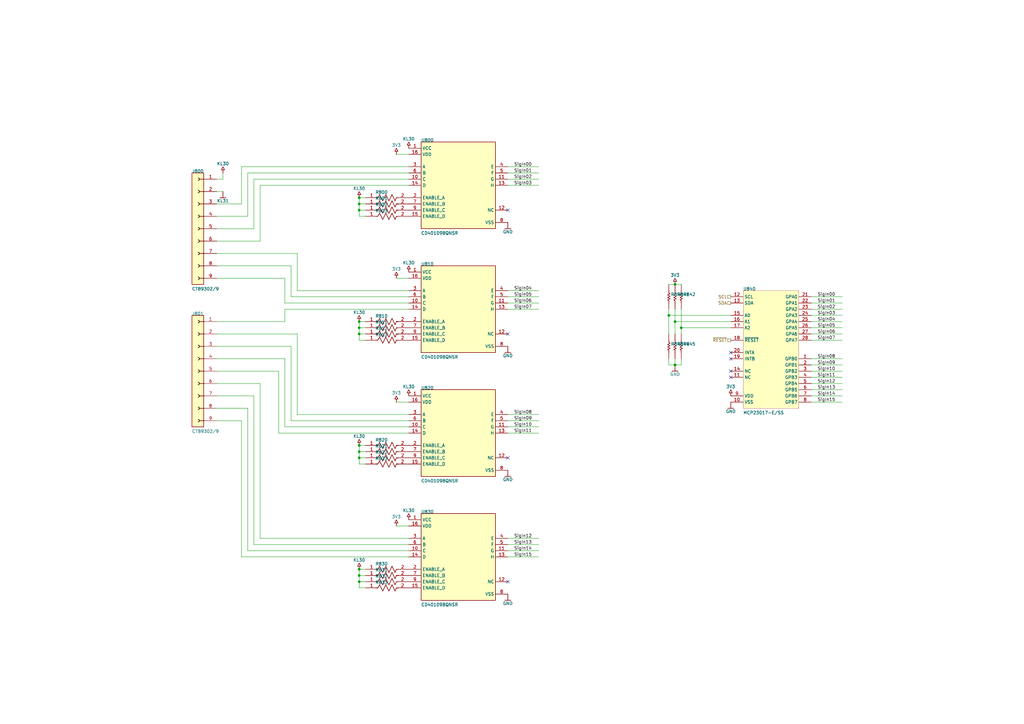
<source format=kicad_sch>
(kicad_sch (version 20231120) (generator "eeschema") (generator_version "8.0")
  (paper "A3")
  (junction (at 147.32 136.9822))
  (junction (at 147.32 86.1822))
  (junction (at 147.32 81.1022))
  (junction (at 279.4 134.4422))
  (junction (at 147.32 182.7022))
  (junction (at 147.32 238.5822))
  (junction (at 276.86 131.9022))
  (junction (at 147.32 233.5022))
  (junction (at 276.86 116.6622))
  (junction (at 147.32 134.4422))
  (junction (at 276.86 149.6822))
  (junction (at 147.32 131.9022))
  (junction (at 147.32 236.0422))
  (junction (at 147.32 185.2422))
  (junction (at 147.32 187.7822))
  (junction (at 274.32 129.3622))
  (junction (at 147.32 83.6422))
  (no_connect (at 208.28 86.1822))
  (no_connect (at 299.72 154.7622))
  (no_connect (at 208.28 187.7822))
  (no_connect (at 299.72 144.6022))
  (no_connect (at 208.28 238.5822))
  (no_connect (at 299.72 152.2222))
  (no_connect (at 299.72 147.1422))
  (no_connect (at 208.28 136.9822))
  (wire (pts (xy 167.64 223.3422) (xy 104.14 223.3422)))
  (wire (pts (xy 274.32 147.1422) (xy 274.32 149.6822)))
  (wire (pts (xy 116.84 124.2822) (xy 116.84 114.1222)))
  (wire (pts (xy 208.28 228.4222) (xy 220.98 228.4222)))
  (wire (pts (xy 104.14 162.3822) (xy 88.9 162.3822)))
  (wire (pts (xy 332.74 159.8422) (xy 345.44 159.8422)))
  (wire (pts (xy 167.64 220.8022) (xy 106.68 220.8022)))
  (wire (pts (xy 274.32 129.3622) (xy 274.32 126.8222)))
  (wire (pts (xy 149.86 233.5022) (xy 147.32 233.5022)))
  (wire (pts (xy 332.74 154.7622) (xy 345.44 154.7622)))
  (wire (pts (xy 147.32 136.9822) (xy 149.86 136.9822)))
  (wire (pts (xy 147.32 238.5822) (xy 149.86 238.5822)))
  (wire (pts (xy 162.56 215.7222) (xy 167.64 215.7222)))
  (wire (pts (xy 116.84 131.9022) (xy 88.9 131.9022)))
  (wire (pts (xy 119.38 109.0422) (xy 88.9 109.0422)))
  (wire (pts (xy 101.6 70.9422) (xy 101.6 88.7222)))
  (wire (pts (xy 104.14 223.3422) (xy 104.14 162.3822)))
  (wire (pts (xy 332.74 121.7422) (xy 345.44 121.7422)))
  (wire (pts (xy 162.56 114.1222) (xy 167.64 114.1222)))
  (wire (pts (xy 332.74 131.9022) (xy 345.44 131.9022)))
  (wire (pts (xy 147.32 81.1022) (xy 147.32 83.6422)))
  (wire (pts (xy 114.3 177.6222) (xy 114.3 152.2222)))
  (wire (pts (xy 104.14 73.4822) (xy 104.14 93.8022)))
  (wire (pts (xy 274.32 149.6822) (xy 276.86 149.6822)))
  (wire (pts (xy 147.32 131.9022) (xy 147.32 134.4422)))
  (wire (pts (xy 147.32 88.7222) (xy 149.86 88.7222)))
  (wire (pts (xy 106.68 157.3022) (xy 88.9 157.3022)))
  (wire (pts (xy 149.86 182.7022) (xy 147.32 182.7022)))
  (wire (pts (xy 167.64 68.4022) (xy 99.06 68.4022)))
  (wire (pts (xy 167.64 70.9422) (xy 101.6 70.9422)))
  (wire (pts (xy 106.68 76.0222) (xy 106.68 98.8822)))
  (wire (pts (xy 299.72 131.9022) (xy 276.86 131.9022)))
  (wire (pts (xy 116.84 175.0822) (xy 116.84 147.1422)))
  (wire (pts (xy 147.32 182.7022) (xy 147.32 185.2422)))
  (wire (pts (xy 147.32 136.9822) (xy 147.32 139.5222)))
  (wire (pts (xy 147.32 83.6422) (xy 149.86 83.6422)))
  (wire (pts (xy 167.64 126.8222) (xy 116.84 126.8222)))
  (wire (pts (xy 167.64 124.2822) (xy 116.84 124.2822)))
  (wire (pts (xy 147.32 241.1222) (xy 149.86 241.1222)))
  (wire (pts (xy 147.32 187.7822) (xy 149.86 187.7822)))
  (wire (pts (xy 208.28 220.8022) (xy 220.98 220.8022)))
  (wire (pts (xy 167.64 225.8822) (xy 101.6 225.8822)))
  (wire (pts (xy 208.28 121.7422) (xy 220.98 121.7422)))
  (wire (pts (xy 332.74 162.3822) (xy 345.44 162.3822)))
  (wire (pts (xy 101.6 167.4622) (xy 88.9 167.4622)))
  (wire (pts (xy 147.32 83.6422) (xy 147.32 86.1822)))
  (wire (pts (xy 162.56 63.3222) (xy 167.64 63.3222)))
  (wire (pts (xy 116.84 126.8222) (xy 116.84 131.9022)))
  (wire (pts (xy 332.74 149.6822) (xy 345.44 149.6822)))
  (wire (pts (xy 167.64 175.0822) (xy 116.84 175.0822)))
  (wire (pts (xy 99.06 172.5422) (xy 88.9 172.5422)))
  (wire (pts (xy 149.86 131.9022) (xy 147.32 131.9022)))
  (wire (pts (xy 332.74 152.2222) (xy 345.44 152.2222)))
  (wire (pts (xy 147.32 134.4422) (xy 147.32 136.9822)))
  (wire (pts (xy 114.3 152.2222) (xy 88.9 152.2222)))
  (wire (pts (xy 147.32 139.5222) (xy 149.86 139.5222)))
  (wire (pts (xy 121.92 170.0022) (xy 121.92 136.9822)))
  (wire (pts (xy 121.92 136.9822) (xy 88.9 136.9822)))
  (wire (pts (xy 208.28 70.9422) (xy 220.98 70.9422)))
  (wire (pts (xy 167.64 172.5422) (xy 119.38 172.5422)))
  (wire (pts (xy 167.64 119.2022) (xy 121.92 119.2022)))
  (wire (pts (xy 101.6 88.7222) (xy 88.9 88.7222)))
  (wire (pts (xy 279.4 134.4422) (xy 279.4 126.8222)))
  (wire (pts (xy 208.28 76.0222) (xy 220.98 76.0222)))
  (wire (pts (xy 147.32 185.2422) (xy 149.86 185.2422)))
  (wire (pts (xy 121.92 119.2022) (xy 121.92 103.9622)))
  (wire (pts (xy 116.84 114.1222) (xy 88.9 114.1222)))
  (wire (pts (xy 167.64 76.0222) (xy 106.68 76.0222)))
  (wire (pts (xy 104.14 93.8022) (xy 88.9 93.8022)))
  (wire (pts (xy 106.68 98.8822) (xy 88.9 98.8822)))
  (wire (pts (xy 208.28 126.8222) (xy 220.98 126.8222)))
  (wire (pts (xy 332.74 147.1422) (xy 345.44 147.1422)))
  (wire (pts (xy 208.28 223.3422) (xy 220.98 223.3422)))
  (wire (pts (xy 332.74 129.3622) (xy 345.44 129.3622)))
  (wire (pts (xy 147.32 236.0422) (xy 149.86 236.0422)))
  (wire (pts (xy 101.6 225.8822) (xy 101.6 167.4622)))
  (wire (pts (xy 208.28 225.8822) (xy 220.98 225.8822)))
  (wire (pts (xy 147.32 86.1822) (xy 147.32 88.7222)))
  (wire (pts (xy 208.28 170.0022) (xy 220.98 170.0022)))
  (wire (pts (xy 116.84 147.1422) (xy 88.9 147.1422)))
  (wire (pts (xy 332.74 157.3022) (xy 345.44 157.3022)))
  (wire (pts (xy 332.74 139.5222) (xy 345.44 139.5222)))
  (wire (pts (xy 147.32 187.7822) (xy 147.32 190.3222)))
  (wire (pts (xy 162.56 164.9222) (xy 167.64 164.9222)))
  (wire (pts (xy 332.74 126.8222) (xy 345.44 126.8222)))
  (wire (pts (xy 276.86 116.6622) (xy 279.4 116.6622)))
  (wire (pts (xy 149.86 81.1022) (xy 147.32 81.1022)))
  (wire (pts (xy 279.4 136.9822) (xy 279.4 134.4422)))
  (wire (pts (xy 299.72 134.4422) (xy 279.4 134.4422)))
  (wire (pts (xy 147.32 134.4422) (xy 149.86 134.4422)))
  (wire (pts (xy 208.28 73.4822) (xy 220.98 73.4822)))
  (wire (pts (xy 332.74 136.9822) (xy 345.44 136.9822)))
  (wire (pts (xy 299.72 129.3622) (xy 274.32 129.3622)))
  (wire (pts (xy 276.86 131.9022) (xy 276.86 126.8222)))
  (wire (pts (xy 147.32 86.1822) (xy 149.86 86.1822)))
  (wire (pts (xy 91.44 73.4822) (xy 91.44 70.9422)))
  (wire (pts (xy 88.9 78.5622) (xy 91.44 78.5622)))
  (wire (pts (xy 167.64 73.4822) (xy 104.14 73.4822)))
  (wire (pts (xy 106.68 220.8022) (xy 106.68 157.3022)))
  (wire (pts (xy 99.06 68.4022) (xy 99.06 83.6422)))
  (wire (pts (xy 167.64 228.4222) (xy 99.06 228.4222)))
  (wire (pts (xy 99.06 83.6422) (xy 88.9 83.6422)))
  (wire (pts (xy 147.32 236.0422) (xy 147.32 238.5822)))
  (wire (pts (xy 276.86 147.1422) (xy 276.86 149.6822)))
  (wire (pts (xy 332.74 124.2822) (xy 345.44 124.2822)))
  (wire (pts (xy 167.64 121.7422) (xy 119.38 121.7422)))
  (wire (pts (xy 119.38 172.5422) (xy 119.38 142.0622)))
  (wire (pts (xy 88.9 73.4822) (xy 91.44 73.4822)))
  (wire (pts (xy 276.86 149.6822) (xy 279.4 149.6822)))
  (wire (pts (xy 147.32 233.5022) (xy 147.32 236.0422)))
  (wire (pts (xy 99.06 228.4222) (xy 99.06 172.5422)))
  (wire (pts (xy 332.74 134.4422) (xy 345.44 134.4422)))
  (wire (pts (xy 208.28 68.4022) (xy 220.98 68.4022)))
  (wire (pts (xy 167.64 170.0022) (xy 121.92 170.0022)))
  (wire (pts (xy 147.32 238.5822) (xy 147.32 241.1222)))
  (wire (pts (xy 276.86 136.9822) (xy 276.86 131.9022)))
  (wire (pts (xy 208.28 175.0822) (xy 220.98 175.0822)))
  (wire (pts (xy 332.74 164.9222) (xy 345.44 164.9222)))
  (wire (pts (xy 274.32 136.9822) (xy 274.32 129.3622)))
  (wire (pts (xy 274.32 116.6622) (xy 276.86 116.6622)))
  (wire (pts (xy 147.32 185.2422) (xy 147.32 187.7822)))
  (wire (pts (xy 279.4 149.6822) (xy 279.4 147.1422)))
  (wire (pts (xy 208.28 172.5422) (xy 220.98 172.5422)))
  (wire (pts (xy 119.38 121.7422) (xy 119.38 109.0422)))
  (wire (pts (xy 147.32 190.3222) (xy 149.86 190.3222)))
  (wire (pts (xy 121.92 103.9622) (xy 88.9 103.9622)))
  (wire (pts (xy 208.28 124.2822) (xy 220.98 124.2822)))
  (wire (pts (xy 208.28 119.2022) (xy 220.98 119.2022)))
  (wire (pts (xy 119.38 142.0622) (xy 88.9 142.0622)))
  (wire (pts (xy 167.64 177.6222) (xy 114.3 177.6222)))
  (wire (pts (xy 208.28 177.6222) (xy 220.98 177.6222)))
  (label "SigIn08" (at 210.82 170.0022 0))
  (label "SigIn09" (at 335.28 149.6822 0))
  (label "SigIn09" (at 210.82 172.5422 0))
  (label "SigIn03" (at 335.28 129.3622 0))
  (label "SigIn04" (at 210.82 119.2022 0))
  (label "SigIn10" (at 335.28 152.2222 0))
  (label "SigIn06" (at 335.28 136.9822 0))
  (label "SigIn03" (at 210.82 76.0222 0))
  (label "SigIn00" (at 210.82 68.4022 0))
  (label "SigIn02" (at 210.82 73.4822 0))
  (label "SigIn05" (at 210.82 121.7422 0))
  (label "SigIn14" (at 335.28 162.3822 0))
  (label "SigIn07" (at 210.82 126.8222 0))
  (label "SigIn08" (at 335.28 147.1422 0))
  (label "SigIn07" (at 335.28 139.5222 0))
  (label "SigIn11" (at 335.28 154.7622 0))
  (label "SigIn14" (at 210.82 225.8822 0))
  (label "SigIn00" (at 335.28 121.7422 0))
  (label "SigIn01" (at 210.82 70.9422 0))
  (label "SigIn11" (at 210.82 177.6222 0))
  (label "SigIn13" (at 335.28 159.8422 0))
  (label "SigIn05" (at 335.28 134.4422 0))
  (label "SigIn10" (at 210.82 175.0822 0))
  (label "SigIn15" (at 210.82 228.4222 0))
  (label "SigIn12" (at 210.82 220.8022 0))
  (label "SigIn13" (at 210.82 223.3422 0))
  (label "SigIn04" (at 335.28 131.9022 0))
  (label "SigIn06" (at 210.82 124.2822 0))
  (label "SigIn02" (at 335.28 126.8222 0))
  (label "SigIn15" (at 335.28 164.9222 0))
  (label "SigIn12" (at 335.28 157.3022 0))
  (label "SigIn01" (at 335.28 124.2822 0))
  (hierarchical_label "~{RESET}" (shape passive) (at 299.72 139.5222 180))
  (hierarchical_label "SCL" (shape passive) (at 299.72 121.7422 180))
  (hierarchical_label "SDA" (shape passive) (at 299.72 124.2822 180))
  (symbol (lib_id "Speedometer_Tech-altium-import:3V3_ARROW") (at 162.56 215.7222 180) (unit 1)
    (property "Reference" "#PWR?" (effects (hide yes)))
    (property "Value" "3V3" (at 162.56 211.9122 0))
  )
  (symbol (lib_id "Speedometer_Tech-altium-import:Designator_1_RES-2") (at 276.86 144.6022 0) (unit 1)
    (property "Reference" "R844" (at 277.622 141.8082 0) (effects (justify left bottom)))
    (property "Value" "RC0603JR-070RL" (effects (hide yes)))
    (property "Footprint" "RESC1608X55X25ML10T15" (effects (hide yes)))
    (property "Description" "Chip Resistor, 0 Ohm, +/- 5%, 0.1 W, -55 to 155 degC, 0603 (1608 Metric), RoHS, Tape and Reel" (effects (hide yes)))
    (property "TEMPERATURE COEFFICIENT" "200ppm/degreesC" (effects (hide yes)))
    (property "WIDTH" "0.8mm" (effects (hide yes)))
    (property "MAX OPERATING TEMPERATURE" "155degC" (effects (hide yes)))
    (property "TOLERANCE" "5%" (effects (hide yes)))
    (property "PACKAGE REFERENCE" "0603" (effects (hide yes)))
    (property "HEIGHT" "0.45mm" (effects (hide yes)))
    (property "DEPTH" "0.8mm" (effects (hide yes)))
    (property "PACKAGE DESCRIPTION" "2-Pin Surface Mount Device, Body 1.6 x 0.8 mm" (effects (hide yes)))
    (property "VOLTAGE RATING" "50V" (effects (hide yes)))
    (property "TERMINATION" "SMD/SMT" (effects (hide yes)))
    (property "PACKAGE QUANTITY" "5000" (effects (hide yes)))
    (property "CASE/PACKAGE" "0603" (effects (hide yes)))
    (property "CASE CODE (IMPERIAL)" "0603" (effects (hide yes)))
    (property "RADIATION HARDENING" "No" (effects (hide yes)))
    (property "NUMBER OF PINS" "2" (effects (hide yes)))
    (property "LENGTH" "1.6mm" (effects (hide yes)))
    (property "LEAD FREE" "LeadFree" (effects (hide yes)))
    (property "VOLTAGE RATING (DC)" "50V" (effects (hide yes)))
    (property "MILITARY STANDARD" "Not" (effects (hide yes)))
    (property "POWER RATING" "100mW" (effects (hide yes)))
    (property "DATASHEET URL" "http://www.yageo.com/NewPortal/yageodocoutput?fileName=/pdf/R-Chip/PYu-RC_Group_51_RoHS_L_5.pdf" (effects (hide yes)))
    (property "RESISTANCE" "0mOhm" (effects (hide yes)))
    (property "MANUFACTURER URL" "http://www.yageo.com/" (effects (hide yes)))
    (property "PACKAGING" "TapeandReel" (effects (hide yes)))
    (property "CASE CODE (METRIC)" "1608" (effects (hide yes)))
    (property "MIN OPERATING TEMPERATURE" "-55degC" (effects (hide yes)))
    (property "COMPOSITION" "ThickFilm" (effects (hide yes)))
    (property "MANUFACTURER" "Yageo" (effects (hide yes)))
    (property "ROHSCOMPLIANT" "true" (effects (hide yes)))
    (property "CONTACT PLATING" "Tin" (effects (hide yes)))
    (property "DATASHEET VERSION" "Rev. 5, 10/2016" (effects (hide yes)))
    (property "REACH SVHC" "NoSVHC" (effects (hide yes)))
  )
  (symbol (lib_id "Speedometer_Tech-altium-import:Designator_0_478688682dd803327ab49bead7bebe6") (at 167.64 162.3822 0) (unit 1)
    (property "Reference" "U820" (at 172.72 159.8422 0) (effects (justify left bottom)))
    (property "Value" "CD40109BQNSR" (at 172.72 197.9422 0) (effects (justify left bottom)))
    (property "Footprint" "FP-NS0016A-IPC_C" (effects (hide yes)))
    (property "Description" "IC TRNSLTR UNIDIRECTIONAL 16SO" (effects (hide yes)))
    (property "PACKAGING" "Tape and Reel" (effects (hide yes)))
    (property "MAX SUPPLY VOLTAGE" "18V" (effects (hide yes)))
    (property "NUMBER OF CHANNELS" "4" (effects (hide yes)))
    (property "PROPAGATION DELAY" "240ns" (effects (hide yes)))
    (property "MOUNT" "Surface Mount" (effects (hide yes)))
    (property "CONTACT PLATING" "Gold" (effects (hide yes)))
    (property "MIN OPERATING TEMPERATURE" "-40°C" (effects (hide yes)))
    (property "HIGH LEVEL OUTPUT CURRENT" "-4mA" (effects (hide yes)))
    (property "LOGIC FUNCTION" "Level Shifter" (effects (hide yes)))
    (property "NUMBER OF CIRCUITS" "4" (effects (hide yes)))
    (property "LEAD FREE" "Lead Free" (effects (hide yes)))
    (property "MAX OPERATING TEMPERATURE" "125°C" (effects (hide yes)))
    (property "RADIATION HARDENING" "No" (effects (hide yes)))
    (property "TURN-ON DELAY TIME" "740ns" (effects (hide yes)))
    (property "CHANNEL TYPE" "Unidirectional" (effects (hide yes)))
    (property "ROHS COMPLIANT" "Yes" (effects (hide yes)))
    (property "DATA RATE" "10Mbps" (effects (hide yes)))
    (property "SERIES" "4000B" (effects (hide yes)))
    (property "PACKAGE QUANTITY" "2000" (effects (hide yes)))
    (property "NUMBER OF PINS" "16" (effects (hide yes)))
    (property "MIN SUPPLY VOLTAGE" "3V" (effects (hide yes)))
    (property "LOW LEVEL OUTPUT CURRENT" "4mA" (effects (hide yes)))
    (property "TECHNOLOGY" "CMOS" (effects (hide yes)))
    (property "CASE/PACKAGE" "SOP" (effects (hide yes)))
    (property "QUIESCENT CURRENT" "20uA" (effects (hide yes)))
    (property "NUMBER OF BITS" "4" (effects (hide yes)))
    (property "OUTPUT TYPE" "Voltage" (effects (hide yes)))
  )
  (symbol (lib_id "Speedometer_Tech-altium-import:KL30_ARROW") (at 167.64 213.1822 180) (unit 1)
    (property "Reference" "#PWR?" (effects (hide yes)))
    (property "Value" "KL30" (at 167.64 209.3722 0))
  )
  (symbol (lib_id "Speedometer_Tech-altium-import:Designator_0_1029c3af85768c4190bb7ad29bc67b5") (at 149.86 83.6422 0) (unit 1)
    (property "Reference" "R801" (at 153.924 82.1182 0) (effects (justify left bottom)))
    (property "Value" "AC0603FR-071KL" (effects (hide yes)))
    (property "Footprint" "FP-AC0603-IPC_B" (effects (hide yes)))
    (property "Description" "RES 1kΩ 1.00% 0.1W 0603" (effects (hide yes)))
    (property "DEPTH" "0.8mm" (effects (hide yes)))
    (property "CASE/PACKAGE" "0603" (effects (hide yes)))
    (property "SIZE CODE" "0603" (effects (hide yes)))
    (property "CASE CODE (METRIC)" "1608" (effects (hide yes)))
    (property "HEIGHT" "0.022inch" (effects (hide yes)))
    (property "SERIES" "AC" (effects (hide yes)))
    (property "VOLTAGE RATING" "50V" (effects (hide yes)))
    (property "POWER RATING" "100mW" (effects (hide yes)))
    (property "WIDTH" "0.031inch" (effects (hide yes)))
    (property "CONSTRUCTION" "Rectangular" (effects (hide yes)))
    (property "LENGTH" "0.063inch" (effects (hide yes)))
    (property "CASE CODE (IMPERIAL)" "0603" (effects (hide yes)))
    (property "PACKAGE QUANTITY" "1" (effects (hide yes)))
    (property "ROHS COMPLIANT" "Yes" (effects (hide yes)))
    (property "FEATURES" "Moisture Resistant" (effects (hide yes)))
    (property "RESISTOR TYPE" "Thick Film" (effects (hide yes)))
    (property "MAX POWER DISSIPATION" "100mW" (effects (hide yes)))
    (property "TOLERANCE" "1%" (effects (hide yes)))
    (property "TEMPERATURE COEFFICIENT" "100ppm/°C" (effects (hide yes)))
    (property "PACKAGING" "Tape and Reel" (effects (hide yes)))
    (property "TERMINATION" "SMD/SMT" (effects (hide yes)))
    (property "RATINGS" "AEC-Q200" (effects (hide yes)))
    (property "MAX OPERATING TEMPERATURE" "155°C" (effects (hide yes)))
    (property "MIN OPERATING TEMPERATURE" "-55°C" (effects (hide yes)))
    (property "MILITARY STANDARD" "Not" (effects (hide yes)))
    (property "RESISTANCE" "1kR" (effects (hide yes)))
    (property "LEAD FREE" "Lead Free" (effects (hide yes)))
    (property "NUMBER OF TERMINATIONS" "2" (effects (hide yes)))
  )
  (symbol (lib_id "Speedometer_Tech-altium-import:Designator_1_RES-2") (at 274.32 144.6022 0) (unit 1)
    (property "Reference" "R843" (at 275.082 141.8082 0) (effects (justify left bottom)))
    (property "Value" "RC0603JR-070RL" (effects (hide yes)))
    (property "Footprint" "RESC1608X55X25ML10T15" (effects (hide yes)))
    (property "Description" "Chip Resistor, 0 Ohm, +/- 5%, 0.1 W, -55 to 155 degC, 0603 (1608 Metric), RoHS, Tape and Reel" (effects (hide yes)))
    (property "TEMPERATURE COEFFICIENT" "200ppm/degreesC" (effects (hide yes)))
    (property "WIDTH" "0.8mm" (effects (hide yes)))
    (property "MAX OPERATING TEMPERATURE" "155degC" (effects (hide yes)))
    (property "TOLERANCE" "5%" (effects (hide yes)))
    (property "PACKAGE REFERENCE" "0603" (effects (hide yes)))
    (property "HEIGHT" "0.45mm" (effects (hide yes)))
    (property "DEPTH" "0.8mm" (effects (hide yes)))
    (property "PACKAGE DESCRIPTION" "2-Pin Surface Mount Device, Body 1.6 x 0.8 mm" (effects (hide yes)))
    (property "VOLTAGE RATING" "50V" (effects (hide yes)))
    (property "TERMINATION" "SMD/SMT" (effects (hide yes)))
    (property "PACKAGE QUANTITY" "5000" (effects (hide yes)))
    (property "CASE/PACKAGE" "0603" (effects (hide yes)))
    (property "CASE CODE (IMPERIAL)" "0603" (effects (hide yes)))
    (property "RADIATION HARDENING" "No" (effects (hide yes)))
    (property "NUMBER OF PINS" "2" (effects (hide yes)))
    (property "LENGTH" "1.6mm" (effects (hide yes)))
    (property "LEAD FREE" "LeadFree" (effects (hide yes)))
    (property "VOLTAGE RATING (DC)" "50V" (effects (hide yes)))
    (property "MILITARY STANDARD" "Not" (effects (hide yes)))
    (property "POWER RATING" "100mW" (effects (hide yes)))
    (property "DATASHEET URL" "http://www.yageo.com/NewPortal/yageodocoutput?fileName=/pdf/R-Chip/PYu-RC_Group_51_RoHS_L_5.pdf" (effects (hide yes)))
    (property "RESISTANCE" "0mOhm" (effects (hide yes)))
    (property "MANUFACTURER URL" "http://www.yageo.com/" (effects (hide yes)))
    (property "PACKAGING" "TapeandReel" (effects (hide yes)))
    (property "CASE CODE (METRIC)" "1608" (effects (hide yes)))
    (property "MIN OPERATING TEMPERATURE" "-55degC" (effects (hide yes)))
    (property "COMPOSITION" "ThickFilm" (effects (hide yes)))
    (property "MANUFACTURER" "Yageo" (effects (hide yes)))
    (property "ROHSCOMPLIANT" "true" (effects (hide yes)))
    (property "CONTACT PLATING" "Tin" (effects (hide yes)))
    (property "DATASHEET VERSION" "Rev. 5, 10/2016" (effects (hide yes)))
    (property "REACH SVHC" "NoSVHC" (effects (hide yes)))
  )
  (symbol (lib_id "Speedometer_Tech-altium-import:KL30_ARROW") (at 147.32 131.9022 180) (unit 1)
    (property "Reference" "#PWR?" (effects (hide yes)))
    (property "Value" "KL30" (at 147.32 128.0922 0))
  )
  (symbol (lib_id "Speedometer_Tech-altium-import:Designator_0_1029c3af85768c4190bb7ad29bc67b5") (at 149.86 139.5222 0) (unit 1)
    (property "Reference" "R813" (at 153.924 137.9982 0) (effects (justify left bottom)))
    (property "Value" "AC0603FR-071KL" (effects (hide yes)))
    (property "Footprint" "FP-AC0603-IPC_B" (effects (hide yes)))
    (property "Description" "RES 1kΩ 1.00% 0.1W 0603" (effects (hide yes)))
    (property "DEPTH" "0.8mm" (effects (hide yes)))
    (property "CASE/PACKAGE" "0603" (effects (hide yes)))
    (property "SIZE CODE" "0603" (effects (hide yes)))
    (property "CASE CODE (METRIC)" "1608" (effects (hide yes)))
    (property "HEIGHT" "0.022inch" (effects (hide yes)))
    (property "SERIES" "AC" (effects (hide yes)))
    (property "VOLTAGE RATING" "50V" (effects (hide yes)))
    (property "POWER RATING" "100mW" (effects (hide yes)))
    (property "WIDTH" "0.031inch" (effects (hide yes)))
    (property "CONSTRUCTION" "Rectangular" (effects (hide yes)))
    (property "LENGTH" "0.063inch" (effects (hide yes)))
    (property "CASE CODE (IMPERIAL)" "0603" (effects (hide yes)))
    (property "PACKAGE QUANTITY" "1" (effects (hide yes)))
    (property "ROHS COMPLIANT" "Yes" (effects (hide yes)))
    (property "FEATURES" "Moisture Resistant" (effects (hide yes)))
    (property "RESISTOR TYPE" "Thick Film" (effects (hide yes)))
    (property "MAX POWER DISSIPATION" "100mW" (effects (hide yes)))
    (property "TOLERANCE" "1%" (effects (hide yes)))
    (property "TEMPERATURE COEFFICIENT" "100ppm/°C" (effects (hide yes)))
    (property "PACKAGING" "Tape and Reel" (effects (hide yes)))
    (property "TERMINATION" "SMD/SMT" (effects (hide yes)))
    (property "RATINGS" "AEC-Q200" (effects (hide yes)))
    (property "MAX OPERATING TEMPERATURE" "155°C" (effects (hide yes)))
    (property "MIN OPERATING TEMPERATURE" "-55°C" (effects (hide yes)))
    (property "MILITARY STANDARD" "Not" (effects (hide yes)))
    (property "RESISTANCE" "1kR" (effects (hide yes)))
    (property "LEAD FREE" "Lead Free" (effects (hide yes)))
    (property "NUMBER OF TERMINATIONS" "2" (effects (hide yes)))
  )
  (symbol (lib_id "Speedometer_Tech-altium-import:Designator_0_CTB9302-9") (at 88.9 73.4822 0) (unit 1)
    (property "Reference" "J800" (at 78.74 70.9422 0) (effects (justify left bottom)))
    (property "Value" "CTB9302/9" (at 78.74 119.2022 0) (effects (justify left bottom)))
    (property "Footprint" "CTB9302-9" (effects (hide yes)))
    (property "Description" "CTB9302/9 - Stiftleiste - 9-pol, RM 5 mm, 0°" (effects (hide yes)))
  )
  (symbol (lib_id "Speedometer_Tech-altium-import:KL31_BAR") (at 91.44 78.5622 0) (unit 1)
    (property "Reference" "#PWR?" (effects (hide yes)))
    (property "Value" "KL31" (at 91.44 82.3722 0))
  )
  (symbol (lib_id "Speedometer_Tech-altium-import:3V3_ARROW") (at 162.56 164.9222 180) (unit 1)
    (property "Reference" "#PWR?" (effects (hide yes)))
    (property "Value" "3V3" (at 162.56 161.1122 0))
  )
  (symbol (lib_id "Speedometer_Tech-altium-import:GND_BAR") (at 208.28 192.8622 0) (unit 1)
    (property "Reference" "#PWR?" (effects (hide yes)))
    (property "Value" "GND" (at 208.28 196.6722 0))
  )
  (symbol (lib_id "Speedometer_Tech-altium-import:GND_BAR") (at 276.86 149.6822 0) (unit 1)
    (property "Reference" "#PWR?" (effects (hide yes)))
    (property "Value" "GND" (at 276.86 153.4922 0))
  )
  (symbol (lib_id "Speedometer_Tech-altium-import:Designator_0_1029c3af85768c4190bb7ad29bc67b5") (at 149.86 233.5022 0) (unit 1)
    (property "Reference" "R830" (at 153.924 231.9782 0) (effects (justify left bottom)))
    (property "Value" "AC0603FR-071KL" (effects (hide yes)))
    (property "Footprint" "FP-AC0603-IPC_B" (effects (hide yes)))
    (property "Description" "RES 1kΩ 1.00% 0.1W 0603" (effects (hide yes)))
    (property "DEPTH" "0.8mm" (effects (hide yes)))
    (property "CASE/PACKAGE" "0603" (effects (hide yes)))
    (property "SIZE CODE" "0603" (effects (hide yes)))
    (property "CASE CODE (METRIC)" "1608" (effects (hide yes)))
    (property "HEIGHT" "0.022inch" (effects (hide yes)))
    (property "SERIES" "AC" (effects (hide yes)))
    (property "VOLTAGE RATING" "50V" (effects (hide yes)))
    (property "POWER RATING" "100mW" (effects (hide yes)))
    (property "WIDTH" "0.031inch" (effects (hide yes)))
    (property "CONSTRUCTION" "Rectangular" (effects (hide yes)))
    (property "LENGTH" "0.063inch" (effects (hide yes)))
    (property "CASE CODE (IMPERIAL)" "0603" (effects (hide yes)))
    (property "PACKAGE QUANTITY" "1" (effects (hide yes)))
    (property "ROHS COMPLIANT" "Yes" (effects (hide yes)))
    (property "FEATURES" "Moisture Resistant" (effects (hide yes)))
    (property "RESISTOR TYPE" "Thick Film" (effects (hide yes)))
    (property "MAX POWER DISSIPATION" "100mW" (effects (hide yes)))
    (property "TOLERANCE" "1%" (effects (hide yes)))
    (property "TEMPERATURE COEFFICIENT" "100ppm/°C" (effects (hide yes)))
    (property "PACKAGING" "Tape and Reel" (effects (hide yes)))
    (property "TERMINATION" "SMD/SMT" (effects (hide yes)))
    (property "RATINGS" "AEC-Q200" (effects (hide yes)))
    (property "MAX OPERATING TEMPERATURE" "155°C" (effects (hide yes)))
    (property "MIN OPERATING TEMPERATURE" "-55°C" (effects (hide yes)))
    (property "MILITARY STANDARD" "Not" (effects (hide yes)))
    (property "RESISTANCE" "1kR" (effects (hide yes)))
    (property "LEAD FREE" "Lead Free" (effects (hide yes)))
    (property "NUMBER OF TERMINATIONS" "2" (effects (hide yes)))
  )
  (symbol (lib_id "Speedometer_Tech-altium-import:KL30_ARROW") (at 167.64 60.7822 180) (unit 1)
    (property "Reference" "#PWR?" (effects (hide yes)))
    (property "Value" "KL30" (at 167.64 56.9722 0))
  )
  (symbol (lib_id "Speedometer_Tech-altium-import:Designator_1_RES-2") (at 279.4 124.2822 0) (unit 1)
    (property "Reference" "R842" (at 280.162 121.4882 0) (effects (justify left bottom)))
    (property "Value" "RC0603JR-070RL" (effects (hide yes)))
    (property "Footprint" "RESC1608X55X25ML10T15" (effects (hide yes)))
    (property "Description" "Chip Resistor, 0 Ohm, +/- 5%, 0.1 W, -55 to 155 degC, 0603 (1608 Metric), RoHS, Tape and Reel" (effects (hide yes)))
    (property "TEMPERATURE COEFFICIENT" "200ppm/degreesC" (effects (hide yes)))
    (property "WIDTH" "0.8mm" (effects (hide yes)))
    (property "MAX OPERATING TEMPERATURE" "155degC" (effects (hide yes)))
    (property "TOLERANCE" "5%" (effects (hide yes)))
    (property "PACKAGE REFERENCE" "0603" (effects (hide yes)))
    (property "HEIGHT" "0.45mm" (effects (hide yes)))
    (property "DEPTH" "0.8mm" (effects (hide yes)))
    (property "PACKAGE DESCRIPTION" "2-Pin Surface Mount Device, Body 1.6 x 0.8 mm" (effects (hide yes)))
    (property "VOLTAGE RATING" "50V" (effects (hide yes)))
    (property "TERMINATION" "SMD/SMT" (effects (hide yes)))
    (property "PACKAGE QUANTITY" "5000" (effects (hide yes)))
    (property "CASE/PACKAGE" "0603" (effects (hide yes)))
    (property "CASE CODE (IMPERIAL)" "0603" (effects (hide yes)))
    (property "RADIATION HARDENING" "No" (effects (hide yes)))
    (property "NUMBER OF PINS" "2" (effects (hide yes)))
    (property "LENGTH" "1.6mm" (effects (hide yes)))
    (property "LEAD FREE" "LeadFree" (effects (hide yes)))
    (property "VOLTAGE RATING (DC)" "50V" (effects (hide yes)))
    (property "MILITARY STANDARD" "Not" (effects (hide yes)))
    (property "POWER RATING" "100mW" (effects (hide yes)))
    (property "DATASHEET URL" "http://www.yageo.com/NewPortal/yageodocoutput?fileName=/pdf/R-Chip/PYu-RC_Group_51_RoHS_L_5.pdf" (effects (hide yes)))
    (property "RESISTANCE" "0mOhm" (effects (hide yes)))
    (property "MANUFACTURER URL" "http://www.yageo.com/" (effects (hide yes)))
    (property "PACKAGING" "TapeandReel" (effects (hide yes)))
    (property "CASE CODE (METRIC)" "1608" (effects (hide yes)))
    (property "MIN OPERATING TEMPERATURE" "-55degC" (effects (hide yes)))
    (property "COMPOSITION" "ThickFilm" (effects (hide yes)))
    (property "MANUFACTURER" "Yageo" (effects (hide yes)))
    (property "ROHSCOMPLIANT" "true" (effects (hide yes)))
    (property "CONTACT PLATING" "Tin" (effects (hide yes)))
    (property "DATASHEET VERSION" "Rev. 5, 10/2016" (effects (hide yes)))
    (property "REACH SVHC" "NoSVHC" (effects (hide yes)))
  )
  (symbol (lib_id "Speedometer_Tech-altium-import:Designator_1_RES-2") (at 274.32 124.2822 0) (unit 1)
    (property "Reference" "R840" (at 275.082 121.4882 0) (effects (justify left bottom)))
    (property "Value" "RC0603JR-070RL" (effects (hide yes)))
    (property "Footprint" "RESC1608X55X25ML10T15" (effects (hide yes)))
    (property "Description" "Chip Resistor, 0 Ohm, +/- 5%, 0.1 W, -55 to 155 degC, 0603 (1608 Metric), RoHS, Tape and Reel" (effects (hide yes)))
    (property "TEMPERATURE COEFFICIENT" "200ppm/degreesC" (effects (hide yes)))
    (property "WIDTH" "0.8mm" (effects (hide yes)))
    (property "MAX OPERATING TEMPERATURE" "155degC" (effects (hide yes)))
    (property "TOLERANCE" "5%" (effects (hide yes)))
    (property "PACKAGE REFERENCE" "0603" (effects (hide yes)))
    (property "HEIGHT" "0.45mm" (effects (hide yes)))
    (property "DEPTH" "0.8mm" (effects (hide yes)))
    (property "PACKAGE DESCRIPTION" "2-Pin Surface Mount Device, Body 1.6 x 0.8 mm" (effects (hide yes)))
    (property "VOLTAGE RATING" "50V" (effects (hide yes)))
    (property "TERMINATION" "SMD/SMT" (effects (hide yes)))
    (property "PACKAGE QUANTITY" "5000" (effects (hide yes)))
    (property "CASE/PACKAGE" "0603" (effects (hide yes)))
    (property "CASE CODE (IMPERIAL)" "0603" (effects (hide yes)))
    (property "RADIATION HARDENING" "No" (effects (hide yes)))
    (property "NUMBER OF PINS" "2" (effects (hide yes)))
    (property "LENGTH" "1.6mm" (effects (hide yes)))
    (property "LEAD FREE" "LeadFree" (effects (hide yes)))
    (property "VOLTAGE RATING (DC)" "50V" (effects (hide yes)))
    (property "MILITARY STANDARD" "Not" (effects (hide yes)))
    (property "POWER RATING" "100mW" (effects (hide yes)))
    (property "DATASHEET URL" "http://www.yageo.com/NewPortal/yageodocoutput?fileName=/pdf/R-Chip/PYu-RC_Group_51_RoHS_L_5.pdf" (effects (hide yes)))
    (property "RESISTANCE" "0mOhm" (effects (hide yes)))
    (property "MANUFACTURER URL" "http://www.yageo.com/" (effects (hide yes)))
    (property "PACKAGING" "TapeandReel" (effects (hide yes)))
    (property "CASE CODE (METRIC)" "1608" (effects (hide yes)))
    (property "MIN OPERATING TEMPERATURE" "-55degC" (effects (hide yes)))
    (property "COMPOSITION" "ThickFilm" (effects (hide yes)))
    (property "MANUFACTURER" "Yageo" (effects (hide yes)))
    (property "ROHSCOMPLIANT" "true" (effects (hide yes)))
    (property "CONTACT PLATING" "Tin" (effects (hide yes)))
    (property "DATASHEET VERSION" "Rev. 5, 10/2016" (effects (hide yes)))
    (property "REACH SVHC" "NoSVHC" (effects (hide yes)))
  )
  (symbol (lib_id "Speedometer_Tech-altium-import:Designator_0_1029c3af85768c4190bb7ad29bc67b5") (at 149.86 86.1822 0) (unit 1)
    (property "Reference" "R802" (at 153.924 84.6582 0) (effects (justify left bottom)))
    (property "Value" "AC0603FR-071KL" (effects (hide yes)))
    (property "Footprint" "FP-AC0603-IPC_B" (effects (hide yes)))
    (property "Description" "RES 1kΩ 1.00% 0.1W 0603" (effects (hide yes)))
    (property "DEPTH" "0.8mm" (effects (hide yes)))
    (property "CASE/PACKAGE" "0603" (effects (hide yes)))
    (property "SIZE CODE" "0603" (effects (hide yes)))
    (property "CASE CODE (METRIC)" "1608" (effects (hide yes)))
    (property "HEIGHT" "0.022inch" (effects (hide yes)))
    (property "SERIES" "AC" (effects (hide yes)))
    (property "VOLTAGE RATING" "50V" (effects (hide yes)))
    (property "POWER RATING" "100mW" (effects (hide yes)))
    (property "WIDTH" "0.031inch" (effects (hide yes)))
    (property "CONSTRUCTION" "Rectangular" (effects (hide yes)))
    (property "LENGTH" "0.063inch" (effects (hide yes)))
    (property "CASE CODE (IMPERIAL)" "0603" (effects (hide yes)))
    (property "PACKAGE QUANTITY" "1" (effects (hide yes)))
    (property "ROHS COMPLIANT" "Yes" (effects (hide yes)))
    (property "FEATURES" "Moisture Resistant" (effects (hide yes)))
    (property "RESISTOR TYPE" "Thick Film" (effects (hide yes)))
    (property "MAX POWER DISSIPATION" "100mW" (effects (hide yes)))
    (property "TOLERANCE" "1%" (effects (hide yes)))
    (property "TEMPERATURE COEFFICIENT" "100ppm/°C" (effects (hide yes)))
    (property "PACKAGING" "Tape and Reel" (effects (hide yes)))
    (property "TERMINATION" "SMD/SMT" (effects (hide yes)))
    (property "RATINGS" "AEC-Q200" (effects (hide yes)))
    (property "MAX OPERATING TEMPERATURE" "155°C" (effects (hide yes)))
    (property "MIN OPERATING TEMPERATURE" "-55°C" (effects (hide yes)))
    (property "MILITARY STANDARD" "Not" (effects (hide yes)))
    (property "RESISTANCE" "1kR" (effects (hide yes)))
    (property "LEAD FREE" "Lead Free" (effects (hide yes)))
    (property "NUMBER OF TERMINATIONS" "2" (effects (hide yes)))
  )
  (symbol (lib_id "Speedometer_Tech-altium-import:GND_BAR") (at 208.28 243.6622 0) (unit 1)
    (property "Reference" "#PWR?" (effects (hide yes)))
    (property "Value" "GND" (at 208.28 247.4722 0))
  )
  (symbol (lib_id "Speedometer_Tech-altium-import:3V3_ARROW") (at 276.86 116.6622 180) (unit 1)
    (property "Reference" "#PWR?" (effects (hide yes)))
    (property "Value" "3V3" (at 276.86 112.8522 0))
  )
  (symbol (lib_id "Speedometer_Tech-altium-import:Designator_0_1029c3af85768c4190bb7ad29bc67b5") (at 149.86 182.7022 0) (unit 1)
    (property "Reference" "R820" (at 153.924 181.1782 0) (effects (justify left bottom)))
    (property "Value" "AC0603FR-071KL" (effects (hide yes)))
    (property "Footprint" "FP-AC0603-IPC_B" (effects (hide yes)))
    (property "Description" "RES 1kΩ 1.00% 0.1W 0603" (effects (hide yes)))
    (property "DEPTH" "0.8mm" (effects (hide yes)))
    (property "CASE/PACKAGE" "0603" (effects (hide yes)))
    (property "SIZE CODE" "0603" (effects (hide yes)))
    (property "CASE CODE (METRIC)" "1608" (effects (hide yes)))
    (property "HEIGHT" "0.022inch" (effects (hide yes)))
    (property "SERIES" "AC" (effects (hide yes)))
    (property "VOLTAGE RATING" "50V" (effects (hide yes)))
    (property "POWER RATING" "100mW" (effects (hide yes)))
    (property "WIDTH" "0.031inch" (effects (hide yes)))
    (property "CONSTRUCTION" "Rectangular" (effects (hide yes)))
    (property "LENGTH" "0.063inch" (effects (hide yes)))
    (property "CASE CODE (IMPERIAL)" "0603" (effects (hide yes)))
    (property "PACKAGE QUANTITY" "1" (effects (hide yes)))
    (property "ROHS COMPLIANT" "Yes" (effects (hide yes)))
    (property "FEATURES" "Moisture Resistant" (effects (hide yes)))
    (property "RESISTOR TYPE" "Thick Film" (effects (hide yes)))
    (property "MAX POWER DISSIPATION" "100mW" (effects (hide yes)))
    (property "TOLERANCE" "1%" (effects (hide yes)))
    (property "TEMPERATURE COEFFICIENT" "100ppm/°C" (effects (hide yes)))
    (property "PACKAGING" "Tape and Reel" (effects (hide yes)))
    (property "TERMINATION" "SMD/SMT" (effects (hide yes)))
    (property "RATINGS" "AEC-Q200" (effects (hide yes)))
    (property "MAX OPERATING TEMPERATURE" "155°C" (effects (hide yes)))
    (property "MIN OPERATING TEMPERATURE" "-55°C" (effects (hide yes)))
    (property "MILITARY STANDARD" "Not" (effects (hide yes)))
    (property "RESISTANCE" "1kR" (effects (hide yes)))
    (property "LEAD FREE" "Lead Free" (effects (hide yes)))
    (property "NUMBER OF TERMINATIONS" "2" (effects (hide yes)))
  )
  (symbol (lib_id "Speedometer_Tech-altium-import:Designator_0_1029c3af85768c4190bb7ad29bc67b5") (at 149.86 187.7822 0) (unit 1)
    (property "Reference" "R822" (at 153.924 186.2582 0) (effects (justify left bottom)))
    (property "Value" "AC0603FR-071KL" (effects (hide yes)))
    (property "Footprint" "FP-AC0603-IPC_B" (effects (hide yes)))
    (property "Description" "RES 1kΩ 1.00% 0.1W 0603" (effects (hide yes)))
    (property "DEPTH" "0.8mm" (effects (hide yes)))
    (property "CASE/PACKAGE" "0603" (effects (hide yes)))
    (property "SIZE CODE" "0603" (effects (hide yes)))
    (property "CASE CODE (METRIC)" "1608" (effects (hide yes)))
    (property "HEIGHT" "0.022inch" (effects (hide yes)))
    (property "SERIES" "AC" (effects (hide yes)))
    (property "VOLTAGE RATING" "50V" (effects (hide yes)))
    (property "POWER RATING" "100mW" (effects (hide yes)))
    (property "WIDTH" "0.031inch" (effects (hide yes)))
    (property "CONSTRUCTION" "Rectangular" (effects (hide yes)))
    (property "LENGTH" "0.063inch" (effects (hide yes)))
    (property "CASE CODE (IMPERIAL)" "0603" (effects (hide yes)))
    (property "PACKAGE QUANTITY" "1" (effects (hide yes)))
    (property "ROHS COMPLIANT" "Yes" (effects (hide yes)))
    (property "FEATURES" "Moisture Resistant" (effects (hide yes)))
    (property "RESISTOR TYPE" "Thick Film" (effects (hide yes)))
    (property "MAX POWER DISSIPATION" "100mW" (effects (hide yes)))
    (property "TOLERANCE" "1%" (effects (hide yes)))
    (property "TEMPERATURE COEFFICIENT" "100ppm/°C" (effects (hide yes)))
    (property "PACKAGING" "Tape and Reel" (effects (hide yes)))
    (property "TERMINATION" "SMD/SMT" (effects (hide yes)))
    (property "RATINGS" "AEC-Q200" (effects (hide yes)))
    (property "MAX OPERATING TEMPERATURE" "155°C" (effects (hide yes)))
    (property "MIN OPERATING TEMPERATURE" "-55°C" (effects (hide yes)))
    (property "MILITARY STANDARD" "Not" (effects (hide yes)))
    (property "RESISTANCE" "1kR" (effects (hide yes)))
    (property "LEAD FREE" "Lead Free" (effects (hide yes)))
    (property "NUMBER OF TERMINATIONS" "2" (effects (hide yes)))
  )
  (symbol (lib_id "Speedometer_Tech-altium-import:Designator_0_1029c3af85768c4190bb7ad29bc67b5") (at 149.86 241.1222 0) (unit 1)
    (property "Reference" "R833" (at 153.924 239.5982 0) (effects (justify left bottom)))
    (property "Value" "AC0603FR-071KL" (effects (hide yes)))
    (property "Footprint" "FP-AC0603-IPC_B" (effects (hide yes)))
    (property "Description" "RES 1kΩ 1.00% 0.1W 0603" (effects (hide yes)))
    (property "DEPTH" "0.8mm" (effects (hide yes)))
    (property "CASE/PACKAGE" "0603" (effects (hide yes)))
    (property "SIZE CODE" "0603" (effects (hide yes)))
    (property "CASE CODE (METRIC)" "1608" (effects (hide yes)))
    (property "HEIGHT" "0.022inch" (effects (hide yes)))
    (property "SERIES" "AC" (effects (hide yes)))
    (property "VOLTAGE RATING" "50V" (effects (hide yes)))
    (property "POWER RATING" "100mW" (effects (hide yes)))
    (property "WIDTH" "0.031inch" (effects (hide yes)))
    (property "CONSTRUCTION" "Rectangular" (effects (hide yes)))
    (property "LENGTH" "0.063inch" (effects (hide yes)))
    (property "CASE CODE (IMPERIAL)" "0603" (effects (hide yes)))
    (property "PACKAGE QUANTITY" "1" (effects (hide yes)))
    (property "ROHS COMPLIANT" "Yes" (effects (hide yes)))
    (property "FEATURES" "Moisture Resistant" (effects (hide yes)))
    (property "RESISTOR TYPE" "Thick Film" (effects (hide yes)))
    (property "MAX POWER DISSIPATION" "100mW" (effects (hide yes)))
    (property "TOLERANCE" "1%" (effects (hide yes)))
    (property "TEMPERATURE COEFFICIENT" "100ppm/°C" (effects (hide yes)))
    (property "PACKAGING" "Tape and Reel" (effects (hide yes)))
    (property "TERMINATION" "SMD/SMT" (effects (hide yes)))
    (property "RATINGS" "AEC-Q200" (effects (hide yes)))
    (property "MAX OPERATING TEMPERATURE" "155°C" (effects (hide yes)))
    (property "MIN OPERATING TEMPERATURE" "-55°C" (effects (hide yes)))
    (property "MILITARY STANDARD" "Not" (effects (hide yes)))
    (property "RESISTANCE" "1kR" (effects (hide yes)))
    (property "LEAD FREE" "Lead Free" (effects (hide yes)))
    (property "NUMBER OF TERMINATIONS" "2" (effects (hide yes)))
  )
  (symbol (lib_id "Speedometer_Tech-altium-import:Designator_0_1029c3af85768c4190bb7ad29bc67b5") (at 149.86 136.9822 0) (unit 1)
    (property "Reference" "R812" (at 153.924 135.4582 0) (effects (justify left bottom)))
    (property "Value" "AC0603FR-071KL" (effects (hide yes)))
    (property "Footprint" "FP-AC0603-IPC_B" (effects (hide yes)))
    (property "Description" "RES 1kΩ 1.00% 0.1W 0603" (effects (hide yes)))
    (property "DEPTH" "0.8mm" (effects (hide yes)))
    (property "CASE/PACKAGE" "0603" (effects (hide yes)))
    (property "SIZE CODE" "0603" (effects (hide yes)))
    (property "CASE CODE (METRIC)" "1608" (effects (hide yes)))
    (property "HEIGHT" "0.022inch" (effects (hide yes)))
    (property "SERIES" "AC" (effects (hide yes)))
    (property "VOLTAGE RATING" "50V" (effects (hide yes)))
    (property "POWER RATING" "100mW" (effects (hide yes)))
    (property "WIDTH" "0.031inch" (effects (hide yes)))
    (property "CONSTRUCTION" "Rectangular" (effects (hide yes)))
    (property "LENGTH" "0.063inch" (effects (hide yes)))
    (property "CASE CODE (IMPERIAL)" "0603" (effects (hide yes)))
    (property "PACKAGE QUANTITY" "1" (effects (hide yes)))
    (property "ROHS COMPLIANT" "Yes" (effects (hide yes)))
    (property "FEATURES" "Moisture Resistant" (effects (hide yes)))
    (property "RESISTOR TYPE" "Thick Film" (effects (hide yes)))
    (property "MAX POWER DISSIPATION" "100mW" (effects (hide yes)))
    (property "TOLERANCE" "1%" (effects (hide yes)))
    (property "TEMPERATURE COEFFICIENT" "100ppm/°C" (effects (hide yes)))
    (property "PACKAGING" "Tape and Reel" (effects (hide yes)))
    (property "TERMINATION" "SMD/SMT" (effects (hide yes)))
    (property "RATINGS" "AEC-Q200" (effects (hide yes)))
    (property "MAX OPERATING TEMPERATURE" "155°C" (effects (hide yes)))
    (property "MIN OPERATING TEMPERATURE" "-55°C" (effects (hide yes)))
    (property "MILITARY STANDARD" "Not" (effects (hide yes)))
    (property "RESISTANCE" "1kR" (effects (hide yes)))
    (property "LEAD FREE" "Lead Free" (effects (hide yes)))
    (property "NUMBER OF TERMINATIONS" "2" (effects (hide yes)))
  )
  (symbol (lib_id "Speedometer_Tech-altium-import:KL30_ARROW") (at 147.32 81.1022 180) (unit 1)
    (property "Reference" "#PWR?" (effects (hide yes)))
    (property "Value" "KL30" (at 147.32 77.2922 0))
  )
  (symbol (lib_id "Speedometer_Tech-altium-import:Designator_1_RES-2") (at 276.86 124.2822 0) (unit 1)
    (property "Reference" "R841" (at 277.622 121.4882 0) (effects (justify left bottom)))
    (property "Value" "RC0603JR-070RL" (effects (hide yes)))
    (property "Footprint" "RESC1608X55X25ML10T15" (effects (hide yes)))
    (property "Description" "Chip Resistor, 0 Ohm, +/- 5%, 0.1 W, -55 to 155 degC, 0603 (1608 Metric), RoHS, Tape and Reel" (effects (hide yes)))
    (property "TEMPERATURE COEFFICIENT" "200ppm/degreesC" (effects (hide yes)))
    (property "WIDTH" "0.8mm" (effects (hide yes)))
    (property "MAX OPERATING TEMPERATURE" "155degC" (effects (hide yes)))
    (property "TOLERANCE" "5%" (effects (hide yes)))
    (property "PACKAGE REFERENCE" "0603" (effects (hide yes)))
    (property "HEIGHT" "0.45mm" (effects (hide yes)))
    (property "DEPTH" "0.8mm" (effects (hide yes)))
    (property "PACKAGE DESCRIPTION" "2-Pin Surface Mount Device, Body 1.6 x 0.8 mm" (effects (hide yes)))
    (property "VOLTAGE RATING" "50V" (effects (hide yes)))
    (property "TERMINATION" "SMD/SMT" (effects (hide yes)))
    (property "PACKAGE QUANTITY" "5000" (effects (hide yes)))
    (property "CASE/PACKAGE" "0603" (effects (hide yes)))
    (property "CASE CODE (IMPERIAL)" "0603" (effects (hide yes)))
    (property "RADIATION HARDENING" "No" (effects (hide yes)))
    (property "NUMBER OF PINS" "2" (effects (hide yes)))
    (property "LENGTH" "1.6mm" (effects (hide yes)))
    (property "LEAD FREE" "LeadFree" (effects (hide yes)))
    (property "VOLTAGE RATING (DC)" "50V" (effects (hide yes)))
    (property "MILITARY STANDARD" "Not" (effects (hide yes)))
    (property "POWER RATING" "100mW" (effects (hide yes)))
    (property "DATASHEET URL" "http://www.yageo.com/NewPortal/yageodocoutput?fileName=/pdf/R-Chip/PYu-RC_Group_51_RoHS_L_5.pdf" (effects (hide yes)))
    (property "RESISTANCE" "0mOhm" (effects (hide yes)))
    (property "MANUFACTURER URL" "http://www.yageo.com/" (effects (hide yes)))
    (property "PACKAGING" "TapeandReel" (effects (hide yes)))
    (property "CASE CODE (METRIC)" "1608" (effects (hide yes)))
    (property "MIN OPERATING TEMPERATURE" "-55degC" (effects (hide yes)))
    (property "COMPOSITION" "ThickFilm" (effects (hide yes)))
    (property "MANUFACTURER" "Yageo" (effects (hide yes)))
    (property "ROHSCOMPLIANT" "true" (effects (hide yes)))
    (property "CONTACT PLATING" "Tin" (effects (hide yes)))
    (property "DATASHEET VERSION" "Rev. 5, 10/2016" (effects (hide yes)))
    (property "REACH SVHC" "NoSVHC" (effects (hide yes)))
  )
  (symbol (lib_id "Speedometer_Tech-altium-import:Designator_0_CTB9302-9") (at 88.9 131.9022 0) (unit 1)
    (property "Reference" "J801" (at 78.74 129.3622 0) (effects (justify left bottom)))
    (property "Value" "CTB9302/9" (at 78.74 177.6222 0) (effects (justify left bottom)))
    (property "Footprint" "CTB9302-9" (effects (hide yes)))
    (property "Description" "CTB9302/9 - Stiftleiste - 9-pol, RM 5 mm, 0°" (effects (hide yes)))
  )
  (symbol (lib_id "Speedometer_Tech-altium-import:Designator_0_478688682dd803327ab49bead7bebe6") (at 167.64 111.5822 0) (unit 1)
    (property "Reference" "U810" (at 172.72 109.0422 0) (effects (justify left bottom)))
    (property "Value" "CD40109BQNSR" (at 172.72 147.1422 0) (effects (justify left bottom)))
    (property "Footprint" "FP-NS0016A-IPC_C" (effects (hide yes)))
    (property "Description" "IC TRNSLTR UNIDIRECTIONAL 16SO" (effects (hide yes)))
    (property "PACKAGING" "Tape and Reel" (effects (hide yes)))
    (property "MAX SUPPLY VOLTAGE" "18V" (effects (hide yes)))
    (property "NUMBER OF CHANNELS" "4" (effects (hide yes)))
    (property "PROPAGATION DELAY" "240ns" (effects (hide yes)))
    (property "MOUNT" "Surface Mount" (effects (hide yes)))
    (property "CONTACT PLATING" "Gold" (effects (hide yes)))
    (property "MIN OPERATING TEMPERATURE" "-40°C" (effects (hide yes)))
    (property "HIGH LEVEL OUTPUT CURRENT" "-4mA" (effects (hide yes)))
    (property "LOGIC FUNCTION" "Level Shifter" (effects (hide yes)))
    (property "NUMBER OF CIRCUITS" "4" (effects (hide yes)))
    (property "LEAD FREE" "Lead Free" (effects (hide yes)))
    (property "MAX OPERATING TEMPERATURE" "125°C" (effects (hide yes)))
    (property "RADIATION HARDENING" "No" (effects (hide yes)))
    (property "TURN-ON DELAY TIME" "740ns" (effects (hide yes)))
    (property "CHANNEL TYPE" "Unidirectional" (effects (hide yes)))
    (property "ROHS COMPLIANT" "Yes" (effects (hide yes)))
    (property "DATA RATE" "10Mbps" (effects (hide yes)))
    (property "SERIES" "4000B" (effects (hide yes)))
    (property "PACKAGE QUANTITY" "2000" (effects (hide yes)))
    (property "NUMBER OF PINS" "16" (effects (hide yes)))
    (property "MIN SUPPLY VOLTAGE" "3V" (effects (hide yes)))
    (property "LOW LEVEL OUTPUT CURRENT" "4mA" (effects (hide yes)))
    (property "TECHNOLOGY" "CMOS" (effects (hide yes)))
    (property "CASE/PACKAGE" "SOP" (effects (hide yes)))
    (property "QUIESCENT CURRENT" "20uA" (effects (hide yes)))
    (property "NUMBER OF BITS" "4" (effects (hide yes)))
    (property "OUTPUT TYPE" "Voltage" (effects (hide yes)))
  )
  (symbol (lib_id "Speedometer_Tech-altium-import:KL30_ARROW") (at 167.64 111.5822 180) (unit 1)
    (property "Reference" "#PWR?" (effects (hide yes)))
    (property "Value" "KL30" (at 167.64 107.7722 0))
  )
  (symbol (lib_id "Speedometer_Tech-altium-import:Designator_0_478688682dd803327ab49bead7bebe6") (at 167.64 213.1822 0) (unit 1)
    (property "Reference" "U830" (at 172.72 210.6422 0) (effects (justify left bottom)))
    (property "Value" "CD40109BQNSR" (at 172.72 248.7422 0) (effects (justify left bottom)))
    (property "Footprint" "FP-NS0016A-IPC_C" (effects (hide yes)))
    (property "Description" "IC TRNSLTR UNIDIRECTIONAL 16SO" (effects (hide yes)))
    (property "PACKAGING" "Tape and Reel" (effects (hide yes)))
    (property "MAX SUPPLY VOLTAGE" "18V" (effects (hide yes)))
    (property "NUMBER OF CHANNELS" "4" (effects (hide yes)))
    (property "PROPAGATION DELAY" "240ns" (effects (hide yes)))
    (property "MOUNT" "Surface Mount" (effects (hide yes)))
    (property "CONTACT PLATING" "Gold" (effects (hide yes)))
    (property "MIN OPERATING TEMPERATURE" "-40°C" (effects (hide yes)))
    (property "HIGH LEVEL OUTPUT CURRENT" "-4mA" (effects (hide yes)))
    (property "LOGIC FUNCTION" "Level Shifter" (effects (hide yes)))
    (property "NUMBER OF CIRCUITS" "4" (effects (hide yes)))
    (property "LEAD FREE" "Lead Free" (effects (hide yes)))
    (property "MAX OPERATING TEMPERATURE" "125°C" (effects (hide yes)))
    (property "RADIATION HARDENING" "No" (effects (hide yes)))
    (property "TURN-ON DELAY TIME" "740ns" (effects (hide yes)))
    (property "CHANNEL TYPE" "Unidirectional" (effects (hide yes)))
    (property "ROHS COMPLIANT" "Yes" (effects (hide yes)))
    (property "DATA RATE" "10Mbps" (effects (hide yes)))
    (property "SERIES" "4000B" (effects (hide yes)))
    (property "PACKAGE QUANTITY" "2000" (effects (hide yes)))
    (property "NUMBER OF PINS" "16" (effects (hide yes)))
    (property "MIN SUPPLY VOLTAGE" "3V" (effects (hide yes)))
    (property "LOW LEVEL OUTPUT CURRENT" "4mA" (effects (hide yes)))
    (property "TECHNOLOGY" "CMOS" (effects (hide yes)))
    (property "CASE/PACKAGE" "SOP" (effects (hide yes)))
    (property "QUIESCENT CURRENT" "20uA" (effects (hide yes)))
    (property "NUMBER OF BITS" "4" (effects (hide yes)))
    (property "OUTPUT TYPE" "Voltage" (effects (hide yes)))
  )
  (symbol (lib_id "Speedometer_Tech-altium-import:KL30_ARROW") (at 147.32 182.7022 180) (unit 1)
    (property "Reference" "#PWR?" (effects (hide yes)))
    (property "Value" "KL30" (at 147.32 178.8922 0))
  )
  (symbol (lib_id "Speedometer_Tech-altium-import:GND_BAR") (at 208.28 91.2622 0) (unit 1)
    (property "Reference" "#PWR?" (effects (hide yes)))
    (property "Value" "GND" (at 208.28 95.0722 0))
  )
  (symbol (lib_id "Speedometer_Tech-altium-import:KL30_ARROW") (at 147.32 233.5022 180) (unit 1)
    (property "Reference" "#PWR?" (effects (hide yes)))
    (property "Value" "KL30" (at 147.32 229.6922 0))
  )
  (symbol (lib_id "Speedometer_Tech-altium-import:Designator_0_1029c3af85768c4190bb7ad29bc67b5") (at 149.86 81.1022 0) (unit 1)
    (property "Reference" "R800" (at 153.924 79.5782 0) (effects (justify left bottom)))
    (property "Value" "AC0603FR-071KL" (effects (hide yes)))
    (property "Footprint" "FP-AC0603-IPC_B" (effects (hide yes)))
    (property "Description" "RES 1kΩ 1.00% 0.1W 0603" (effects (hide yes)))
    (property "DEPTH" "0.8mm" (effects (hide yes)))
    (property "CASE/PACKAGE" "0603" (effects (hide yes)))
    (property "SIZE CODE" "0603" (effects (hide yes)))
    (property "CASE CODE (METRIC)" "1608" (effects (hide yes)))
    (property "HEIGHT" "0.022inch" (effects (hide yes)))
    (property "SERIES" "AC" (effects (hide yes)))
    (property "VOLTAGE RATING" "50V" (effects (hide yes)))
    (property "POWER RATING" "100mW" (effects (hide yes)))
    (property "WIDTH" "0.031inch" (effects (hide yes)))
    (property "CONSTRUCTION" "Rectangular" (effects (hide yes)))
    (property "LENGTH" "0.063inch" (effects (hide yes)))
    (property "CASE CODE (IMPERIAL)" "0603" (effects (hide yes)))
    (property "PACKAGE QUANTITY" "1" (effects (hide yes)))
    (property "ROHS COMPLIANT" "Yes" (effects (hide yes)))
    (property "FEATURES" "Moisture Resistant" (effects (hide yes)))
    (property "RESISTOR TYPE" "Thick Film" (effects (hide yes)))
    (property "MAX POWER DISSIPATION" "100mW" (effects (hide yes)))
    (property "TOLERANCE" "1%" (effects (hide yes)))
    (property "TEMPERATURE COEFFICIENT" "100ppm/°C" (effects (hide yes)))
    (property "PACKAGING" "Tape and Reel" (effects (hide yes)))
    (property "TERMINATION" "SMD/SMT" (effects (hide yes)))
    (property "RATINGS" "AEC-Q200" (effects (hide yes)))
    (property "MAX OPERATING TEMPERATURE" "155°C" (effects (hide yes)))
    (property "MIN OPERATING TEMPERATURE" "-55°C" (effects (hide yes)))
    (property "MILITARY STANDARD" "Not" (effects (hide yes)))
    (property "RESISTANCE" "1kR" (effects (hide yes)))
    (property "LEAD FREE" "Lead Free" (effects (hide yes)))
    (property "NUMBER OF TERMINATIONS" "2" (effects (hide yes)))
  )
  (symbol (lib_id "Speedometer_Tech-altium-import:Designator_0_1029c3af85768c4190bb7ad29bc67b5") (at 149.86 88.7222 0) (unit 1)
    (property "Reference" "R803" (at 153.924 87.1982 0) (effects (justify left bottom)))
    (property "Value" "AC0603FR-071KL" (effects (hide yes)))
    (property "Footprint" "FP-AC0603-IPC_B" (effects (hide yes)))
    (property "Description" "RES 1kΩ 1.00% 0.1W 0603" (effects (hide yes)))
    (property "DEPTH" "0.8mm" (effects (hide yes)))
    (property "CASE/PACKAGE" "0603" (effects (hide yes)))
    (property "SIZE CODE" "0603" (effects (hide yes)))
    (property "CASE CODE (METRIC)" "1608" (effects (hide yes)))
    (property "HEIGHT" "0.022inch" (effects (hide yes)))
    (property "SERIES" "AC" (effects (hide yes)))
    (property "VOLTAGE RATING" "50V" (effects (hide yes)))
    (property "POWER RATING" "100mW" (effects (hide yes)))
    (property "WIDTH" "0.031inch" (effects (hide yes)))
    (property "CONSTRUCTION" "Rectangular" (effects (hide yes)))
    (property "LENGTH" "0.063inch" (effects (hide yes)))
    (property "CASE CODE (IMPERIAL)" "0603" (effects (hide yes)))
    (property "PACKAGE QUANTITY" "1" (effects (hide yes)))
    (property "ROHS COMPLIANT" "Yes" (effects (hide yes)))
    (property "FEATURES" "Moisture Resistant" (effects (hide yes)))
    (property "RESISTOR TYPE" "Thick Film" (effects (hide yes)))
    (property "MAX POWER DISSIPATION" "100mW" (effects (hide yes)))
    (property "TOLERANCE" "1%" (effects (hide yes)))
    (property "TEMPERATURE COEFFICIENT" "100ppm/°C" (effects (hide yes)))
    (property "PACKAGING" "Tape and Reel" (effects (hide yes)))
    (property "TERMINATION" "SMD/SMT" (effects (hide yes)))
    (property "RATINGS" "AEC-Q200" (effects (hide yes)))
    (property "MAX OPERATING TEMPERATURE" "155°C" (effects (hide yes)))
    (property "MIN OPERATING TEMPERATURE" "-55°C" (effects (hide yes)))
    (property "MILITARY STANDARD" "Not" (effects (hide yes)))
    (property "RESISTANCE" "1kR" (effects (hide yes)))
    (property "LEAD FREE" "Lead Free" (effects (hide yes)))
    (property "NUMBER OF TERMINATIONS" "2" (effects (hide yes)))
  )
  (symbol (lib_id "Speedometer_Tech-altium-import:Designator_0_1029c3af85768c4190bb7ad29bc67b5") (at 149.86 185.2422 0) (unit 1)
    (property "Reference" "R821" (at 153.924 183.7182 0) (effects (justify left bottom)))
    (property "Value" "AC0603FR-071KL" (effects (hide yes)))
    (property "Footprint" "FP-AC0603-IPC_B" (effects (hide yes)))
    (property "Description" "RES 1kΩ 1.00% 0.1W 0603" (effects (hide yes)))
    (property "DEPTH" "0.8mm" (effects (hide yes)))
    (property "CASE/PACKAGE" "0603" (effects (hide yes)))
    (property "SIZE CODE" "0603" (effects (hide yes)))
    (property "CASE CODE (METRIC)" "1608" (effects (hide yes)))
    (property "HEIGHT" "0.022inch" (effects (hide yes)))
    (property "SERIES" "AC" (effects (hide yes)))
    (property "VOLTAGE RATING" "50V" (effects (hide yes)))
    (property "POWER RATING" "100mW" (effects (hide yes)))
    (property "WIDTH" "0.031inch" (effects (hide yes)))
    (property "CONSTRUCTION" "Rectangular" (effects (hide yes)))
    (property "LENGTH" "0.063inch" (effects (hide yes)))
    (property "CASE CODE (IMPERIAL)" "0603" (effects (hide yes)))
    (property "PACKAGE QUANTITY" "1" (effects (hide yes)))
    (property "ROHS COMPLIANT" "Yes" (effects (hide yes)))
    (property "FEATURES" "Moisture Resistant" (effects (hide yes)))
    (property "RESISTOR TYPE" "Thick Film" (effects (hide yes)))
    (property "MAX POWER DISSIPATION" "100mW" (effects (hide yes)))
    (property "TOLERANCE" "1%" (effects (hide yes)))
    (property "TEMPERATURE COEFFICIENT" "100ppm/°C" (effects (hide yes)))
    (property "PACKAGING" "Tape and Reel" (effects (hide yes)))
    (property "TERMINATION" "SMD/SMT" (effects (hide yes)))
    (property "RATINGS" "AEC-Q200" (effects (hide yes)))
    (property "MAX OPERATING TEMPERATURE" "155°C" (effects (hide yes)))
    (property "MIN OPERATING TEMPERATURE" "-55°C" (effects (hide yes)))
    (property "MILITARY STANDARD" "Not" (effects (hide yes)))
    (property "RESISTANCE" "1kR" (effects (hide yes)))
    (property "LEAD FREE" "Lead Free" (effects (hide yes)))
    (property "NUMBER OF TERMINATIONS" "2" (effects (hide yes)))
  )
  (symbol (lib_id "Speedometer_Tech-altium-import:3V3_ARROW") (at 299.72 162.3822 180) (unit 1)
    (property "Reference" "#PWR?" (effects (hide yes)))
    (property "Value" "3V3" (at 299.72 158.5722 0))
  )
  (symbol (lib_id "Speedometer_Tech-altium-import:GND_BAR") (at 208.28 142.0622 0) (unit 1)
    (property "Reference" "#PWR?" (effects (hide yes)))
    (property "Value" "GND" (at 208.28 145.8722 0))
  )
  (symbol (lib_id "Speedometer_Tech-altium-import:Designator_0_1029c3af85768c4190bb7ad29bc67b5") (at 149.86 131.9022 0) (unit 1)
    (property "Reference" "R810" (at 153.924 130.3782 0) (effects (justify left bottom)))
    (property "Value" "AC0603FR-071KL" (effects (hide yes)))
    (property "Footprint" "FP-AC0603-IPC_B" (effects (hide yes)))
    (property "Description" "RES 1kΩ 1.00% 0.1W 0603" (effects (hide yes)))
    (property "DEPTH" "0.8mm" (effects (hide yes)))
    (property "CASE/PACKAGE" "0603" (effects (hide yes)))
    (property "SIZE CODE" "0603" (effects (hide yes)))
    (property "CASE CODE (METRIC)" "1608" (effects (hide yes)))
    (property "HEIGHT" "0.022inch" (effects (hide yes)))
    (property "SERIES" "AC" (effects (hide yes)))
    (property "VOLTAGE RATING" "50V" (effects (hide yes)))
    (property "POWER RATING" "100mW" (effects (hide yes)))
    (property "WIDTH" "0.031inch" (effects (hide yes)))
    (property "CONSTRUCTION" "Rectangular" (effects (hide yes)))
    (property "LENGTH" "0.063inch" (effects (hide yes)))
    (property "CASE CODE (IMPERIAL)" "0603" (effects (hide yes)))
    (property "PACKAGE QUANTITY" "1" (effects (hide yes)))
    (property "ROHS COMPLIANT" "Yes" (effects (hide yes)))
    (property "FEATURES" "Moisture Resistant" (effects (hide yes)))
    (property "RESISTOR TYPE" "Thick Film" (effects (hide yes)))
    (property "MAX POWER DISSIPATION" "100mW" (effects (hide yes)))
    (property "TOLERANCE" "1%" (effects (hide yes)))
    (property "TEMPERATURE COEFFICIENT" "100ppm/°C" (effects (hide yes)))
    (property "PACKAGING" "Tape and Reel" (effects (hide yes)))
    (property "TERMINATION" "SMD/SMT" (effects (hide yes)))
    (property "RATINGS" "AEC-Q200" (effects (hide yes)))
    (property "MAX OPERATING TEMPERATURE" "155°C" (effects (hide yes)))
    (property "MIN OPERATING TEMPERATURE" "-55°C" (effects (hide yes)))
    (property "MILITARY STANDARD" "Not" (effects (hide yes)))
    (property "RESISTANCE" "1kR" (effects (hide yes)))
    (property "LEAD FREE" "Lead Free" (effects (hide yes)))
    (property "NUMBER OF TERMINATIONS" "2" (effects (hide yes)))
  )
  (symbol (lib_id "Speedometer_Tech-altium-import:3V3_ARROW") (at 162.56 63.3222 180) (unit 1)
    (property "Reference" "#PWR?" (effects (hide yes)))
    (property "Value" "3V3" (at 162.56 59.5122 0))
  )
  (symbol (lib_id "Speedometer_Tech-altium-import:3V3_ARROW") (at 162.56 114.1222 180) (unit 1)
    (property "Reference" "#PWR?" (effects (hide yes)))
    (property "Value" "3V3" (at 162.56 110.3122 0))
  )
  (symbol (lib_id "Speedometer_Tech-altium-import:Designator_0_1029c3af85768c4190bb7ad29bc67b5") (at 149.86 134.4422 0) (unit 1)
    (property "Reference" "R811" (at 153.924 132.9182 0) (effects (justify left bottom)))
    (property "Value" "AC0603FR-071KL" (effects (hide yes)))
    (property "Footprint" "FP-AC0603-IPC_B" (effects (hide yes)))
    (property "Description" "RES 1kΩ 1.00% 0.1W 0603" (effects (hide yes)))
    (property "DEPTH" "0.8mm" (effects (hide yes)))
    (property "CASE/PACKAGE" "0603" (effects (hide yes)))
    (property "SIZE CODE" "0603" (effects (hide yes)))
    (property "CASE CODE (METRIC)" "1608" (effects (hide yes)))
    (property "HEIGHT" "0.022inch" (effects (hide yes)))
    (property "SERIES" "AC" (effects (hide yes)))
    (property "VOLTAGE RATING" "50V" (effects (hide yes)))
    (property "POWER RATING" "100mW" (effects (hide yes)))
    (property "WIDTH" "0.031inch" (effects (hide yes)))
    (property "CONSTRUCTION" "Rectangular" (effects (hide yes)))
    (property "LENGTH" "0.063inch" (effects (hide yes)))
    (property "CASE CODE (IMPERIAL)" "0603" (effects (hide yes)))
    (property "PACKAGE QUANTITY" "1" (effects (hide yes)))
    (property "ROHS COMPLIANT" "Yes" (effects (hide yes)))
    (property "FEATURES" "Moisture Resistant" (effects (hide yes)))
    (property "RESISTOR TYPE" "Thick Film" (effects (hide yes)))
    (property "MAX POWER DISSIPATION" "100mW" (effects (hide yes)))
    (property "TOLERANCE" "1%" (effects (hide yes)))
    (property "TEMPERATURE COEFFICIENT" "100ppm/°C" (effects (hide yes)))
    (property "PACKAGING" "Tape and Reel" (effects (hide yes)))
    (property "TERMINATION" "SMD/SMT" (effects (hide yes)))
    (property "RATINGS" "AEC-Q200" (effects (hide yes)))
    (property "MAX OPERATING TEMPERATURE" "155°C" (effects (hide yes)))
    (property "MIN OPERATING TEMPERATURE" "-55°C" (effects (hide yes)))
    (property "MILITARY STANDARD" "Not" (effects (hide yes)))
    (property "RESISTANCE" "1kR" (effects (hide yes)))
    (property "LEAD FREE" "Lead Free" (effects (hide yes)))
    (property "NUMBER OF TERMINATIONS" "2" (effects (hide yes)))
  )
  (symbol (lib_id "Speedometer_Tech-altium-import:GND_BAR") (at 299.72 164.9222 0) (unit 1)
    (property "Reference" "#PWR?" (effects (hide yes)))
    (property "Value" "GND" (at 299.72 168.7322 0))
  )
  (symbol (lib_id "Speedometer_Tech-altium-import:Designator_0_1029c3af85768c4190bb7ad29bc67b5") (at 149.86 236.0422 0) (unit 1)
    (property "Reference" "R831" (at 153.924 234.5182 0) (effects (justify left bottom)))
    (property "Value" "AC0603FR-071KL" (effects (hide yes)))
    (property "Footprint" "FP-AC0603-IPC_B" (effects (hide yes)))
    (property "Description" "RES 1kΩ 1.00% 0.1W 0603" (effects (hide yes)))
    (property "DEPTH" "0.8mm" (effects (hide yes)))
    (property "CASE/PACKAGE" "0603" (effects (hide yes)))
    (property "SIZE CODE" "0603" (effects (hide yes)))
    (property "CASE CODE (METRIC)" "1608" (effects (hide yes)))
    (property "HEIGHT" "0.022inch" (effects (hide yes)))
    (property "SERIES" "AC" (effects (hide yes)))
    (property "VOLTAGE RATING" "50V" (effects (hide yes)))
    (property "POWER RATING" "100mW" (effects (hide yes)))
    (property "WIDTH" "0.031inch" (effects (hide yes)))
    (property "CONSTRUCTION" "Rectangular" (effects (hide yes)))
    (property "LENGTH" "0.063inch" (effects (hide yes)))
    (property "CASE CODE (IMPERIAL)" "0603" (effects (hide yes)))
    (property "PACKAGE QUANTITY" "1" (effects (hide yes)))
    (property "ROHS COMPLIANT" "Yes" (effects (hide yes)))
    (property "FEATURES" "Moisture Resistant" (effects (hide yes)))
    (property "RESISTOR TYPE" "Thick Film" (effects (hide yes)))
    (property "MAX POWER DISSIPATION" "100mW" (effects (hide yes)))
    (property "TOLERANCE" "1%" (effects (hide yes)))
    (property "TEMPERATURE COEFFICIENT" "100ppm/°C" (effects (hide yes)))
    (property "PACKAGING" "Tape and Reel" (effects (hide yes)))
    (property "TERMINATION" "SMD/SMT" (effects (hide yes)))
    (property "RATINGS" "AEC-Q200" (effects (hide yes)))
    (property "MAX OPERATING TEMPERATURE" "155°C" (effects (hide yes)))
    (property "MIN OPERATING TEMPERATURE" "-55°C" (effects (hide yes)))
    (property "MILITARY STANDARD" "Not" (effects (hide yes)))
    (property "RESISTANCE" "1kR" (effects (hide yes)))
    (property "LEAD FREE" "Lead Free" (effects (hide yes)))
    (property "NUMBER OF TERMINATIONS" "2" (effects (hide yes)))
  )
  (symbol (lib_id "Speedometer_Tech-altium-import:KL30_ARROW") (at 91.44 70.9422 180) (unit 1)
    (property "Reference" "#PWR?" (effects (hide yes)))
    (property "Value" "KL30" (at 91.44 67.1322 0))
  )
  (symbol (lib_id "Speedometer_Tech-altium-import:Designator_0_478688682dd803327ab49bead7bebe6") (at 167.64 60.7822 0) (unit 1)
    (property "Reference" "U800" (at 172.72 58.2422 0) (effects (justify left bottom)))
    (property "Value" "CD40109BQNSR" (at 172.72 96.3422 0) (effects (justify left bottom)))
    (property "Footprint" "FP-NS0016A-IPC_C" (effects (hide yes)))
    (property "Description" "IC TRNSLTR UNIDIRECTIONAL 16SO" (effects (hide yes)))
    (property "PACKAGING" "Tape and Reel" (effects (hide yes)))
    (property "MAX SUPPLY VOLTAGE" "18V" (effects (hide yes)))
    (property "NUMBER OF CHANNELS" "4" (effects (hide yes)))
    (property "PROPAGATION DELAY" "240ns" (effects (hide yes)))
    (property "MOUNT" "Surface Mount" (effects (hide yes)))
    (property "CONTACT PLATING" "Gold" (effects (hide yes)))
    (property "MIN OPERATING TEMPERATURE" "-40°C" (effects (hide yes)))
    (property "HIGH LEVEL OUTPUT CURRENT" "-4mA" (effects (hide yes)))
    (property "LOGIC FUNCTION" "Level Shifter" (effects (hide yes)))
    (property "NUMBER OF CIRCUITS" "4" (effects (hide yes)))
    (property "LEAD FREE" "Lead Free" (effects (hide yes)))
    (property "MAX OPERATING TEMPERATURE" "125°C" (effects (hide yes)))
    (property "RADIATION HARDENING" "No" (effects (hide yes)))
    (property "TURN-ON DELAY TIME" "740ns" (effects (hide yes)))
    (property "CHANNEL TYPE" "Unidirectional" (effects (hide yes)))
    (property "ROHS COMPLIANT" "Yes" (effects (hide yes)))
    (property "DATA RATE" "10Mbps" (effects (hide yes)))
    (property "SERIES" "4000B" (effects (hide yes)))
    (property "PACKAGE QUANTITY" "2000" (effects (hide yes)))
    (property "NUMBER OF PINS" "16" (effects (hide yes)))
    (property "MIN SUPPLY VOLTAGE" "3V" (effects (hide yes)))
    (property "LOW LEVEL OUTPUT CURRENT" "4mA" (effects (hide yes)))
    (property "TECHNOLOGY" "CMOS" (effects (hide yes)))
    (property "CASE/PACKAGE" "SOP" (effects (hide yes)))
    (property "QUIESCENT CURRENT" "20uA" (effects (hide yes)))
    (property "NUMBER OF BITS" "4" (effects (hide yes)))
    (property "OUTPUT TYPE" "Voltage" (effects (hide yes)))
  )
  (symbol (lib_id "Speedometer_Tech-altium-import:KL30_ARROW") (at 167.64 162.3822 180) (unit 1)
    (property "Reference" "#PWR?" (effects (hide yes)))
    (property "Value" "KL30" (at 167.64 158.5722 0))
  )
  (symbol (lib_id "Speedometer_Tech-altium-import:Designator_0_PR-BUSIC-MCP23017-28") (at 304.8 119.2022 0) (unit 1)
    (property "Reference" "U840" (at 304.8 119.2022 0) (effects (justify left bottom)))
    (property "Value" "MCP23017-E/SS" (at 304.8 170.0022 0) (effects (justify left bottom)))
    (property "Footprint" "SSOP-SS28_N" (effects (hide yes)))
    (property "Description" "16-Bit I/O Expander with Serial Interface, 28-Pin SSOP, Extended Temperature" (effects (hide yes)))
    (property "PACKAGEVERSION" "revBB, Aug-2009" (effects (hide yes)))
    (property "COMPONENTLINK1DESCRIPTION" "Manufacturer URL" (effects (hide yes)))
    (property "COMPONENTLINK3DESCRIPTION" "Package Specification" (effects (hide yes)))
    (property "PACKAGEDESCRIPTION" "28-Lead Plastic Shrink Small Outline (SS) - 5.3mm Body [SSOP]" (effects (hide yes)))
    (property "COMPONENTLINK1URL" "http://www.microchip.com/" (effects (hide yes)))
    (property "CODE_JEDEC" "MS-150" (effects (hide yes)))
    (property "REVISIONNOTE" "URLs added." (effects (hide yes)))
    (property "COMPONENTLINK3URL" "http://www.microchip.com/stellent/groups/techpub_sg/documents/packagingspec/en012702.pdf" (effects (hide yes)))
    (property "COMPONENTLINK2URL" "http://ww1.microchip.com/downloads/en/DeviceDoc/21952b.pdf" (effects (hide yes)))
    (property "COMPONENTLINK2DESCRIPTION" "Datasheet" (effects (hide yes)))
    (property "PACKAGEREFERENCE" "SSOP-SS28" (effects (hide yes)))
    (property "DATASHEETVERSION" "revB, Feb-2007" (effects (hide yes)))
  )
  (symbol (lib_id "Speedometer_Tech-altium-import:Designator_0_1029c3af85768c4190bb7ad29bc67b5") (at 149.86 238.5822 0) (unit 1)
    (property "Reference" "R832" (at 153.924 237.0582 0) (effects (justify left bottom)))
    (property "Value" "AC0603FR-071KL" (effects (hide yes)))
    (property "Footprint" "FP-AC0603-IPC_B" (effects (hide yes)))
    (property "Description" "RES 1kΩ 1.00% 0.1W 0603" (effects (hide yes)))
    (property "DEPTH" "0.8mm" (effects (hide yes)))
    (property "CASE/PACKAGE" "0603" (effects (hide yes)))
    (property "SIZE CODE" "0603" (effects (hide yes)))
    (property "CASE CODE (METRIC)" "1608" (effects (hide yes)))
    (property "HEIGHT" "0.022inch" (effects (hide yes)))
    (property "SERIES" "AC" (effects (hide yes)))
    (property "VOLTAGE RATING" "50V" (effects (hide yes)))
    (property "POWER RATING" "100mW" (effects (hide yes)))
    (property "WIDTH" "0.031inch" (effects (hide yes)))
    (property "CONSTRUCTION" "Rectangular" (effects (hide yes)))
    (property "LENGTH" "0.063inch" (effects (hide yes)))
    (property "CASE CODE (IMPERIAL)" "0603" (effects (hide yes)))
    (property "PACKAGE QUANTITY" "1" (effects (hide yes)))
    (property "ROHS COMPLIANT" "Yes" (effects (hide yes)))
    (property "FEATURES" "Moisture Resistant" (effects (hide yes)))
    (property "RESISTOR TYPE" "Thick Film" (effects (hide yes)))
    (property "MAX POWER DISSIPATION" "100mW" (effects (hide yes)))
    (property "TOLERANCE" "1%" (effects (hide yes)))
    (property "TEMPERATURE COEFFICIENT" "100ppm/°C" (effects (hide yes)))
    (property "PACKAGING" "Tape and Reel" (effects (hide yes)))
    (property "TERMINATION" "SMD/SMT" (effects (hide yes)))
    (property "RATINGS" "AEC-Q200" (effects (hide yes)))
    (property "MAX OPERATING TEMPERATURE" "155°C" (effects (hide yes)))
    (property "MIN OPERATING TEMPERATURE" "-55°C" (effects (hide yes)))
    (property "MILITARY STANDARD" "Not" (effects (hide yes)))
    (property "RESISTANCE" "1kR" (effects (hide yes)))
    (property "LEAD FREE" "Lead Free" (effects (hide yes)))
    (property "NUMBER OF TERMINATIONS" "2" (effects (hide yes)))
  )
  (symbol (lib_id "Speedometer_Tech-altium-import:Designator_1_RES-2") (at 279.4 144.6022 0) (unit 1)
    (property "Reference" "R845" (at 280.162 141.8082 0) (effects (justify left bottom)))
    (property "Value" "RC0603JR-070RL" (effects (hide yes)))
    (property "Footprint" "RESC1608X55X25ML10T15" (effects (hide yes)))
    (property "Description" "Chip Resistor, 0 Ohm, +/- 5%, 0.1 W, -55 to 155 degC, 0603 (1608 Metric), RoHS, Tape and Reel" (effects (hide yes)))
    (property "TEMPERATURE COEFFICIENT" "200ppm/degreesC" (effects (hide yes)))
    (property "WIDTH" "0.8mm" (effects (hide yes)))
    (property "MAX OPERATING TEMPERATURE" "155degC" (effects (hide yes)))
    (property "TOLERANCE" "5%" (effects (hide yes)))
    (property "PACKAGE REFERENCE" "0603" (effects (hide yes)))
    (property "HEIGHT" "0.45mm" (effects (hide yes)))
    (property "DEPTH" "0.8mm" (effects (hide yes)))
    (property "PACKAGE DESCRIPTION" "2-Pin Surface Mount Device, Body 1.6 x 0.8 mm" (effects (hide yes)))
    (property "VOLTAGE RATING" "50V" (effects (hide yes)))
    (property "TERMINATION" "SMD/SMT" (effects (hide yes)))
    (property "PACKAGE QUANTITY" "5000" (effects (hide yes)))
    (property "CASE/PACKAGE" "0603" (effects (hide yes)))
    (property "CASE CODE (IMPERIAL)" "0603" (effects (hide yes)))
    (property "RADIATION HARDENING" "No" (effects (hide yes)))
    (property "NUMBER OF PINS" "2" (effects (hide yes)))
    (property "LENGTH" "1.6mm" (effects (hide yes)))
    (property "LEAD FREE" "LeadFree" (effects (hide yes)))
    (property "VOLTAGE RATING (DC)" "50V" (effects (hide yes)))
    (property "MILITARY STANDARD" "Not" (effects (hide yes)))
    (property "POWER RATING" "100mW" (effects (hide yes)))
    (property "DATASHEET URL" "http://www.yageo.com/NewPortal/yageodocoutput?fileName=/pdf/R-Chip/PYu-RC_Group_51_RoHS_L_5.pdf" (effects (hide yes)))
    (property "RESISTANCE" "0mOhm" (effects (hide yes)))
    (property "MANUFACTURER URL" "http://www.yageo.com/" (effects (hide yes)))
    (property "PACKAGING" "TapeandReel" (effects (hide yes)))
    (property "CASE CODE (METRIC)" "1608" (effects (hide yes)))
    (property "MIN OPERATING TEMPERATURE" "-55degC" (effects (hide yes)))
    (property "COMPOSITION" "ThickFilm" (effects (hide yes)))
    (property "MANUFACTURER" "Yageo" (effects (hide yes)))
    (property "ROHSCOMPLIANT" "true" (effects (hide yes)))
    (property "CONTACT PLATING" "Tin" (effects (hide yes)))
    (property "DATASHEET VERSION" "Rev. 5, 10/2016" (effects (hide yes)))
    (property "REACH SVHC" "NoSVHC" (effects (hide yes)))
  )
  (symbol (lib_id "Speedometer_Tech-altium-import:Designator_0_1029c3af85768c4190bb7ad29bc67b5") (at 149.86 190.3222 0) (unit 1)
    (property "Reference" "R823" (at 153.924 188.7982 0) (effects (justify left bottom)))
    (property "Value" "AC0603FR-071KL" (effects (hide yes)))
    (property "Footprint" "FP-AC0603-IPC_B" (effects (hide yes)))
    (property "Description" "RES 1kΩ 1.00% 0.1W 0603" (effects (hide yes)))
    (property "DEPTH" "0.8mm" (effects (hide yes)))
    (property "CASE/PACKAGE" "0603" (effects (hide yes)))
    (property "SIZE CODE" "0603" (effects (hide yes)))
    (property "CASE CODE (METRIC)" "1608" (effects (hide yes)))
    (property "HEIGHT" "0.022inch" (effects (hide yes)))
    (property "SERIES" "AC" (effects (hide yes)))
    (property "VOLTAGE RATING" "50V" (effects (hide yes)))
    (property "POWER RATING" "100mW" (effects (hide yes)))
    (property "WIDTH" "0.031inch" (effects (hide yes)))
    (property "CONSTRUCTION" "Rectangular" (effects (hide yes)))
    (property "LENGTH" "0.063inch" (effects (hide yes)))
    (property "CASE CODE (IMPERIAL)" "0603" (effects (hide yes)))
    (property "PACKAGE QUANTITY" "1" (effects (hide yes)))
    (property "ROHS COMPLIANT" "Yes" (effects (hide yes)))
    (property "FEATURES" "Moisture Resistant" (effects (hide yes)))
    (property "RESISTOR TYPE" "Thick Film" (effects (hide yes)))
    (property "MAX POWER DISSIPATION" "100mW" (effects (hide yes)))
    (property "TOLERANCE" "1%" (effects (hide yes)))
    (property "TEMPERATURE COEFFICIENT" "100ppm/°C" (effects (hide yes)))
    (property "PACKAGING" "Tape and Reel" (effects (hide yes)))
    (property "TERMINATION" "SMD/SMT" (effects (hide yes)))
    (property "RATINGS" "AEC-Q200" (effects (hide yes)))
    (property "MAX OPERATING TEMPERATURE" "155°C" (effects (hide yes)))
    (property "MIN OPERATING TEMPERATURE" "-55°C" (effects (hide yes)))
    (property "MILITARY STANDARD" "Not" (effects (hide yes)))
    (property "RESISTANCE" "1kR" (effects (hide yes)))
    (property "LEAD FREE" "Lead Free" (effects (hide yes)))
    (property "NUMBER OF TERMINATIONS" "2" (effects (hide yes)))
  )
)
</source>
